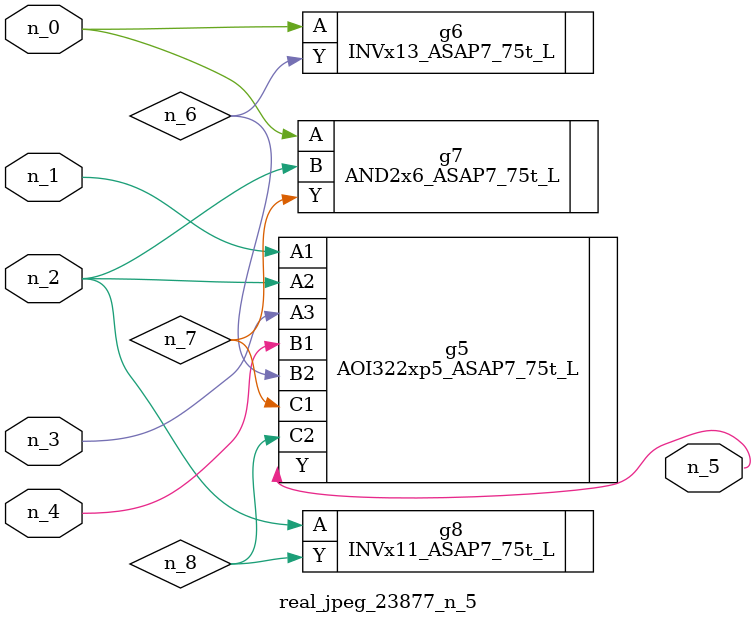
<source format=v>
module real_jpeg_23877_n_5 (n_4, n_0, n_1, n_2, n_3, n_5);

input n_4;
input n_0;
input n_1;
input n_2;
input n_3;

output n_5;

wire n_8;
wire n_6;
wire n_7;

INVx13_ASAP7_75t_L g6 ( 
.A(n_0),
.Y(n_6)
);

AND2x6_ASAP7_75t_L g7 ( 
.A(n_0),
.B(n_2),
.Y(n_7)
);

AOI322xp5_ASAP7_75t_L g5 ( 
.A1(n_1),
.A2(n_2),
.A3(n_3),
.B1(n_4),
.B2(n_6),
.C1(n_7),
.C2(n_8),
.Y(n_5)
);

INVx11_ASAP7_75t_L g8 ( 
.A(n_2),
.Y(n_8)
);


endmodule
</source>
